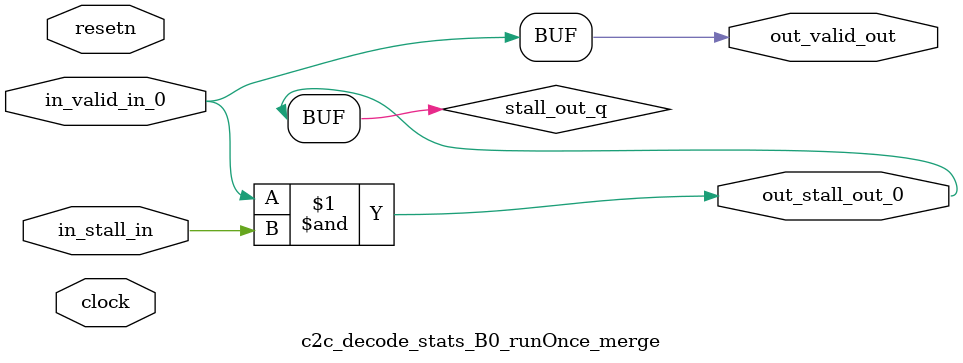
<source format=sv>



(* altera_attribute = "-name AUTO_SHIFT_REGISTER_RECOGNITION OFF; -name MESSAGE_DISABLE 10036; -name MESSAGE_DISABLE 10037; -name MESSAGE_DISABLE 14130; -name MESSAGE_DISABLE 14320; -name MESSAGE_DISABLE 15400; -name MESSAGE_DISABLE 14130; -name MESSAGE_DISABLE 10036; -name MESSAGE_DISABLE 12020; -name MESSAGE_DISABLE 12030; -name MESSAGE_DISABLE 12010; -name MESSAGE_DISABLE 12110; -name MESSAGE_DISABLE 14320; -name MESSAGE_DISABLE 13410; -name MESSAGE_DISABLE 113007; -name MESSAGE_DISABLE 10958" *)
module c2c_decode_stats_B0_runOnce_merge (
    input wire [0:0] in_stall_in,
    input wire [0:0] in_valid_in_0,
    output wire [0:0] out_stall_out_0,
    output wire [0:0] out_valid_out,
    input wire clock,
    input wire resetn
    );

    wire [0:0] stall_out_q;


    // stall_out(LOGICAL,6)
    assign stall_out_q = in_valid_in_0 & in_stall_in;

    // out_stall_out_0(GPOUT,4)
    assign out_stall_out_0 = stall_out_q;

    // out_valid_out(GPOUT,5)
    assign out_valid_out = in_valid_in_0;

endmodule

</source>
